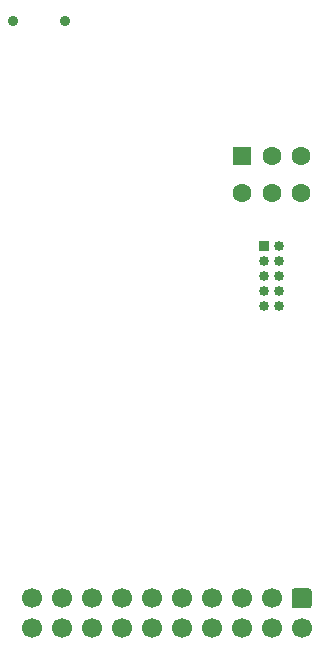
<source format=gbr>
%TF.GenerationSoftware,KiCad,Pcbnew,(5.1.9)-1*%
%TF.CreationDate,2021-03-30T23:32:36+02:00*%
%TF.ProjectId,Programmer,50726f67-7261-46d6-9d65-722e6b696361,v0.1*%
%TF.SameCoordinates,Original*%
%TF.FileFunction,Soldermask,Bot*%
%TF.FilePolarity,Negative*%
%FSLAX46Y46*%
G04 Gerber Fmt 4.6, Leading zero omitted, Abs format (unit mm)*
G04 Created by KiCad (PCBNEW (5.1.9)-1) date 2021-03-30 23:32:36*
%MOMM*%
%LPD*%
G01*
G04 APERTURE LIST*
%ADD10C,0.850000*%
%ADD11R,0.850000X0.850000*%
%ADD12C,1.600000*%
%ADD13R,1.600000X1.600000*%
%ADD14C,1.700000*%
%ADD15C,0.900000*%
G04 APERTURE END LIST*
D10*
%TO.C,J2*%
X156845000Y-97155000D03*
X155575000Y-97155000D03*
X156845000Y-95885000D03*
X155575000Y-95885000D03*
X156845000Y-94615000D03*
X155575000Y-94615000D03*
X156845000Y-93345000D03*
X155575000Y-93345000D03*
X156845000Y-92075000D03*
D11*
X155575000Y-92075000D03*
%TD*%
D12*
%TO.C,SW1*%
X158710000Y-87630000D03*
X156210000Y-87630000D03*
X153710000Y-87630000D03*
X158710000Y-84430000D03*
X156210000Y-84430000D03*
D13*
X153710000Y-84430000D03*
%TD*%
D14*
%TO.C,J3*%
X135890000Y-124460000D03*
X138430000Y-124460000D03*
X140970000Y-124460000D03*
X143510000Y-124460000D03*
X146050000Y-124460000D03*
X148590000Y-124460000D03*
X151130000Y-124460000D03*
X153670000Y-124460000D03*
X156210000Y-124460000D03*
X158750000Y-124460000D03*
X135890000Y-121920000D03*
X138430000Y-121920000D03*
X140970000Y-121920000D03*
X143510000Y-121920000D03*
X146050000Y-121920000D03*
X148590000Y-121920000D03*
X151130000Y-121920000D03*
X153670000Y-121920000D03*
X156210000Y-121920000D03*
G36*
G01*
X158150000Y-121070000D02*
X159350000Y-121070000D01*
G75*
G02*
X159600000Y-121320000I0J-250000D01*
G01*
X159600000Y-122520000D01*
G75*
G02*
X159350000Y-122770000I-250000J0D01*
G01*
X158150000Y-122770000D01*
G75*
G02*
X157900000Y-122520000I0J250000D01*
G01*
X157900000Y-121320000D01*
G75*
G02*
X158150000Y-121070000I250000J0D01*
G01*
G37*
%TD*%
D15*
%TO.C,J1*%
X138725000Y-73025000D03*
X134325000Y-73025000D03*
%TD*%
M02*

</source>
